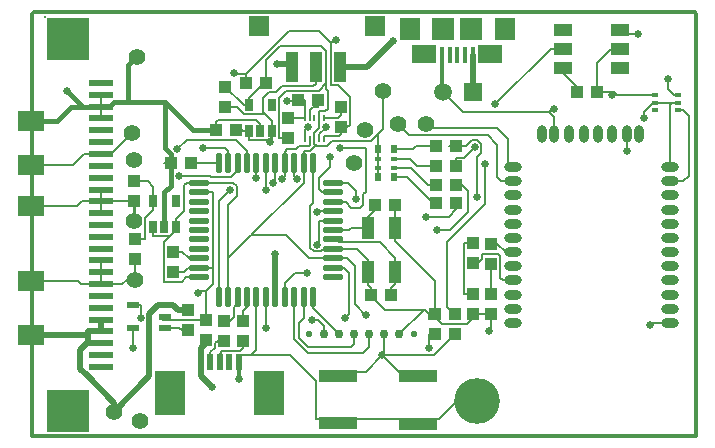
<source format=gtl>
G04 Layer_Physical_Order=1*
G04 Layer_Color=255*
%FSLAX25Y25*%
%MOIN*%
G70*
G01*
G75*
%ADD10R,0.07874X0.02402*%
%ADD11R,0.14173X0.14173*%
%ADD12R,0.03937X0.04331*%
%ADD13C,0.03000*%
%ADD14R,0.02362X0.01654*%
%ADD15R,0.00886X0.02362*%
%ADD16R,0.02559X0.03937*%
%ADD17O,0.03150X0.05906*%
%ADD18O,0.05906X0.03150*%
%ADD19R,0.04331X0.03937*%
%ADD20R,0.05906X0.03937*%
%ADD21R,0.09843X0.14961*%
%ADD22R,0.01969X0.05512*%
%ADD23R,0.12598X0.03937*%
%ADD24R,0.07087X0.07480*%
%ADD25R,0.07480X0.07480*%
%ADD26R,0.08268X0.06299*%
%ADD27R,0.01575X0.05315*%
%ADD28R,0.04134X0.02362*%
%ADD29R,0.03937X0.10039*%
%ADD30R,0.06693X0.06693*%
%ADD31R,0.02362X0.02559*%
%ADD32R,0.02362X0.01772*%
%ADD33R,0.04331X0.07480*%
%ADD34O,0.06890X0.02165*%
%ADD35O,0.02165X0.06890*%
%ADD36C,0.02000*%
%ADD37C,0.01600*%
%ADD38C,0.00800*%
%ADD39C,0.01400*%
%ADD40C,0.01000*%
%ADD41C,0.01300*%
%ADD42C,0.01200*%
%ADD43R,0.00984X0.00787*%
%ADD44R,0.09000X0.07000*%
%ADD45C,0.05512*%
%ADD46R,0.05906X0.05906*%
%ADD47C,0.05906*%
%ADD48C,0.02500*%
%ADD49C,0.02100*%
%ADD50C,0.15201*%
D10*
X128907Y122371D02*
D03*
Y126316D02*
D03*
Y146026D02*
D03*
Y142084D02*
D03*
Y185445D02*
D03*
Y165735D02*
D03*
Y169677D02*
D03*
Y161793D02*
D03*
X128907Y189426D02*
D03*
Y201251D02*
D03*
Y197309D02*
D03*
Y217019D02*
D03*
Y193367D02*
D03*
X128907Y157851D02*
D03*
Y153910D02*
D03*
Y149968D02*
D03*
Y181503D02*
D03*
Y177561D02*
D03*
Y173619D02*
D03*
X128907Y213077D02*
D03*
Y209135D02*
D03*
Y205193D02*
D03*
X128907Y138142D02*
D03*
Y134200D02*
D03*
Y130258D02*
D03*
D11*
X117883Y231596D02*
D03*
Y107777D02*
D03*
D12*
X170500Y215748D02*
D03*
Y209055D02*
D03*
X247000Y139945D02*
D03*
Y133252D02*
D03*
X140500Y164945D02*
D03*
Y158252D02*
D03*
X140000Y177555D02*
D03*
Y184248D02*
D03*
X259000Y163445D02*
D03*
Y156752D02*
D03*
X158000Y134555D02*
D03*
Y141248D02*
D03*
X253000Y157055D02*
D03*
Y163748D02*
D03*
X259000Y140055D02*
D03*
Y146748D02*
D03*
X253000Y140055D02*
D03*
Y146748D02*
D03*
X240500Y139945D02*
D03*
Y133252D02*
D03*
X191500Y198555D02*
D03*
Y205248D02*
D03*
X209000Y208945D02*
D03*
Y202252D02*
D03*
X164000Y131252D02*
D03*
Y137945D02*
D03*
X176500Y137748D02*
D03*
Y131055D02*
D03*
X170000Y137748D02*
D03*
Y131055D02*
D03*
X153000Y160748D02*
D03*
Y154055D02*
D03*
D13*
X208478Y133219D02*
D03*
X203482Y133210D02*
D03*
X213481Y133218D02*
D03*
X223485Y133215D02*
D03*
X218482Y133216D02*
D03*
X228486Y133217D02*
D03*
D14*
X321339Y207941D02*
D03*
Y210500D02*
D03*
Y213059D02*
D03*
X313858Y207941D02*
D03*
Y210500D02*
D03*
Y213059D02*
D03*
D15*
X203350Y198349D02*
D03*
X201780Y198343D02*
D03*
X200206Y198342D02*
D03*
X197060Y198339D02*
D03*
X198634Y198340D02*
D03*
X198632Y205420D02*
D03*
X197058Y205420D02*
D03*
X200205Y205423D02*
D03*
X201779Y205423D02*
D03*
X203349Y205430D02*
D03*
D16*
X185906Y201102D02*
D03*
X182165D02*
D03*
X178425D02*
D03*
X185906Y209567D02*
D03*
X178425D02*
D03*
X146425Y177567D02*
D03*
X153906D02*
D03*
X146425Y169102D02*
D03*
X150165D02*
D03*
X153906D02*
D03*
D17*
X299326Y199994D02*
D03*
X308381D02*
D03*
X289877D02*
D03*
X294602D02*
D03*
X276098D02*
D03*
X285153D02*
D03*
X304444D02*
D03*
X280035D02*
D03*
D18*
X266255Y137002D02*
D03*
Y141726D02*
D03*
Y146450D02*
D03*
Y151175D02*
D03*
Y155899D02*
D03*
Y160624D02*
D03*
Y165348D02*
D03*
Y170072D02*
D03*
Y174797D02*
D03*
Y179521D02*
D03*
Y184246D02*
D03*
Y188970D02*
D03*
X318617D02*
D03*
Y184246D02*
D03*
Y179521D02*
D03*
Y174797D02*
D03*
Y170072D02*
D03*
Y165348D02*
D03*
Y160624D02*
D03*
Y155899D02*
D03*
Y151175D02*
D03*
Y146450D02*
D03*
Y141726D02*
D03*
Y137002D02*
D03*
D19*
X158945Y190500D02*
D03*
X152252D02*
D03*
X294445Y214000D02*
D03*
X287752D02*
D03*
X247445Y189500D02*
D03*
X240752D02*
D03*
X247445Y196000D02*
D03*
X240752D02*
D03*
X201445Y211500D02*
D03*
X194752D02*
D03*
X183945Y217000D02*
D03*
X177252D02*
D03*
X173945Y201500D02*
D03*
X167252D02*
D03*
X225748Y146500D02*
D03*
X219055D02*
D03*
X240752Y177000D02*
D03*
X247445D02*
D03*
X240752Y183000D02*
D03*
X247445D02*
D03*
X220252Y176500D02*
D03*
X226945D02*
D03*
D20*
X302176Y222115D02*
D03*
X302176Y228413D02*
D03*
X302177Y234712D02*
D03*
X282879Y234713D02*
D03*
X282879Y228414D02*
D03*
X282878Y222116D02*
D03*
D21*
X152137Y113790D02*
D03*
X185192Y113778D02*
D03*
D22*
X165537Y123889D02*
D03*
X162387Y123889D02*
D03*
X168687Y123888D02*
D03*
X174986Y123887D02*
D03*
X171836Y123888D02*
D03*
D23*
X234671Y103507D02*
D03*
X234670Y119257D02*
D03*
X207890Y119261D02*
D03*
X207892Y103511D02*
D03*
D24*
X232060Y234873D02*
D03*
X263568Y234879D02*
D03*
D25*
X243086Y234873D02*
D03*
X252536Y234876D02*
D03*
D26*
X236784Y226802D02*
D03*
X258838Y226817D02*
D03*
D27*
X245247Y226314D02*
D03*
X242689Y226311D02*
D03*
X247807Y226316D02*
D03*
X250365Y226319D02*
D03*
X252932Y226323D02*
D03*
D28*
X150478Y135458D02*
D03*
X150471Y139164D02*
D03*
X150462Y142895D02*
D03*
X139840Y142906D02*
D03*
X139857Y135469D02*
D03*
D29*
X208565Y222264D02*
D03*
X200681Y222266D02*
D03*
X192805Y222265D02*
D03*
D30*
X220252Y235963D02*
D03*
X181675Y235936D02*
D03*
D31*
X221444Y185545D02*
D03*
X221443Y194986D02*
D03*
X226569Y194982D02*
D03*
X226569Y185541D02*
D03*
D32*
X221441Y188690D02*
D03*
X221441Y191838D02*
D03*
X226567Y191834D02*
D03*
X226566Y188686D02*
D03*
D33*
X227083Y154059D02*
D03*
Y168724D02*
D03*
X217929D02*
D03*
Y154157D02*
D03*
D34*
X161756Y152252D02*
D03*
Y155402D02*
D03*
Y158551D02*
D03*
Y161701D02*
D03*
Y164850D02*
D03*
Y168000D02*
D03*
Y171150D02*
D03*
Y174299D02*
D03*
Y177449D02*
D03*
Y180598D02*
D03*
Y183748D02*
D03*
X206244D02*
D03*
Y180598D02*
D03*
Y177449D02*
D03*
Y174299D02*
D03*
Y171150D02*
D03*
Y168000D02*
D03*
Y164850D02*
D03*
Y161701D02*
D03*
Y158551D02*
D03*
Y155402D02*
D03*
Y152252D02*
D03*
D35*
X168252Y190244D02*
D03*
X171402D02*
D03*
X174551D02*
D03*
X177701D02*
D03*
X180850D02*
D03*
X184000D02*
D03*
X187150D02*
D03*
X190299D02*
D03*
X193449D02*
D03*
X196598D02*
D03*
X199748D02*
D03*
Y145756D02*
D03*
X196598D02*
D03*
X193449D02*
D03*
X190299D02*
D03*
X187150D02*
D03*
X184000D02*
D03*
X180850D02*
D03*
X177701D02*
D03*
X174551D02*
D03*
X171402D02*
D03*
X168252D02*
D03*
D36*
X122200Y121677D02*
X124307Y119571D01*
X124347D01*
X133500Y110418D01*
Y107500D02*
Y110418D01*
X122200Y121677D02*
Y128000D01*
X124476Y130276D01*
X124800D02*
Y132992D01*
X145200Y119200D02*
Y140000D01*
X148095Y142895D01*
X150462D01*
X128929Y134218D02*
Y138160D01*
X252932Y220168D02*
Y226323D01*
Y220168D02*
X253000Y220100D01*
Y214000D02*
Y220100D01*
X217600Y222200D02*
X226400Y231000D01*
X208565Y222200D02*
Y222264D01*
X192805Y222265D02*
Y223361D01*
X187150Y145756D02*
Y160150D01*
X162387Y119313D02*
X165900Y115800D01*
X162387Y119313D02*
Y123889D01*
X164000Y130313D02*
Y131252D01*
X162387Y128700D02*
X164000Y130313D01*
X162387Y123889D02*
Y128700D01*
X154700Y141248D02*
X158000D01*
X153053Y142895D02*
X154700Y141248D01*
X150462Y142895D02*
X153053D01*
X133500Y107500D02*
X145200Y119200D01*
X124800Y134218D02*
X128929D01*
X105630Y132992D02*
X124800D01*
X124476Y130276D02*
X124800D01*
X128929D01*
X124800Y132992D02*
Y134218D01*
X187861Y223361D02*
X192805D01*
X208565Y222200D02*
X217600D01*
D37*
X138000Y222843D02*
X140945Y225787D01*
X138000Y210800D02*
Y222843D01*
X152250Y190500D02*
Y193402D01*
X150165Y169102D02*
Y180665D01*
X152252Y182752D01*
Y190500D01*
X150476Y195177D02*
X152250Y193402D01*
X150476Y195177D02*
Y210800D01*
X138000D02*
X150476D01*
X133347D02*
X138000D01*
X159776Y201500D02*
X167252D01*
X150476Y210800D02*
X159776Y201500D01*
X123000Y209153D02*
X128900D01*
X119153D02*
X123000D01*
X117653Y214500D02*
X123000Y209153D01*
X131700D02*
X133347Y210800D01*
X105555Y204468D02*
X114468D01*
X119153Y209153D01*
D38*
X161500Y147000D02*
X162300Y147800D01*
X164000D01*
X312502Y137002D02*
X318617D01*
X312000Y136500D02*
X312502Y137002D01*
X240500Y139945D02*
Y150851D01*
X227083Y164268D02*
X240500Y150851D01*
X251202Y136779D02*
X253000Y138578D01*
X258500Y134500D02*
X259000Y135000D01*
Y140055D01*
X310000Y205500D02*
Y207505D01*
X312995Y210500D01*
X313858D01*
X302177Y234712D02*
X303388Y233500D01*
X308000D01*
X304444Y194556D02*
X304500Y194500D01*
X304444Y194556D02*
Y199994D01*
X278400Y207400D02*
X279500Y208500D01*
X280000D01*
X205596Y230400D02*
X206696Y231500D01*
X207500D01*
X174648Y219852D02*
X177252D01*
X183100Y207306D02*
X183807Y206598D01*
X185906Y204500D01*
X176732Y206598D02*
X183807D01*
X174275Y209055D02*
X176732Y206598D01*
X170500Y209055D02*
X174275D01*
X170500Y215748D02*
X176681Y209567D01*
X178425D01*
X170502Y195300D02*
X171402Y194400D01*
X163150Y195300D02*
X170502D01*
X241600Y105007D02*
X247593Y111000D01*
X254500D01*
X244500Y142445D02*
Y164125D01*
Y142445D02*
X247000Y139945D01*
X242665Y136779D02*
X251202D01*
X222800Y126300D02*
X240048D01*
X247000Y133252D01*
X237500Y172500D02*
X245000D01*
X247445Y174945D01*
Y177000D01*
X245500Y168000D02*
X251500Y174000D01*
X241000Y168000D02*
X245500D01*
X211252Y183748D02*
X214000Y181000D01*
Y178500D02*
Y181000D01*
X206244Y183748D02*
X211252D01*
X216500Y180000D02*
X217300Y180800D01*
X216500Y176500D02*
Y180000D01*
X215500Y175500D02*
X216500Y176500D01*
X212500Y175500D02*
X215500D01*
X210551Y177449D02*
X212500Y175500D01*
X206244Y177449D02*
X210551D01*
X217929Y168724D02*
Y172500D01*
X220252Y174823D01*
Y176500D01*
X217300Y180800D02*
Y195200D01*
X251500Y174000D02*
Y181000D01*
X249500Y183000D02*
X251500Y181000D01*
X247445Y183000D02*
X249500D01*
X254500Y179000D02*
Y192300D01*
X255850Y193650D01*
X244500Y164125D02*
X257000Y176625D01*
Y190000D01*
X190299Y150299D02*
X193650Y153650D01*
X197650D01*
X190299Y145756D02*
Y150299D01*
X255850Y193650D02*
Y196532D01*
X254532Y197850D02*
X255850Y196532D01*
X252668Y197850D02*
X254532D01*
X250818Y196000D02*
X252668Y197850D01*
X247445Y196000D02*
X250818D01*
X199500Y138100D02*
X199600Y138000D01*
X201500D01*
X203482Y136018D01*
Y133210D02*
Y136018D01*
X213667Y143333D02*
X217500Y139500D01*
X222800Y126300D02*
X223485Y126985D01*
Y133215D01*
X223714Y141500D02*
X236769D01*
X236945D01*
X228486Y133217D02*
X236769Y141500D01*
X218482Y128982D02*
Y133216D01*
X216500Y127000D02*
X218482Y128982D01*
X198000Y127000D02*
X216500D01*
X193449Y131551D02*
X198000Y127000D01*
X193449Y131551D02*
Y145756D01*
X196598Y138598D02*
Y145756D01*
X195000Y137000D02*
X196598Y138598D01*
X195000Y132000D02*
Y137000D01*
Y132000D02*
X198000Y129000D01*
X212500D01*
X213481Y129981D01*
Y133218D01*
X199748Y141949D02*
Y145756D01*
Y141949D02*
X208478Y133219D01*
X240945Y138500D02*
X242665Y136779D01*
X238500Y138500D02*
Y139945D01*
Y138500D02*
X240945D01*
X236945Y141500D02*
X238500Y139945D01*
X219055Y146158D02*
Y148700D01*
Y146158D02*
X223714Y141500D01*
X221204Y105007D02*
X241600D01*
X319400Y210400D02*
X321339Y210500D01*
X239700Y177000D02*
X240752D01*
X231159Y185541D02*
X239700Y177000D01*
X226569Y185541D02*
X231159D01*
X238100Y183000D02*
X240752D01*
X232414Y188686D02*
X238100Y183000D01*
X226566Y188686D02*
X232414D01*
X234400Y189500D02*
X240752D01*
X232066Y191834D02*
X234400Y189500D01*
X226567Y191834D02*
X232066D01*
X234118Y196000D02*
X240752D01*
X233100Y194982D02*
X234118Y196000D01*
X226569Y194982D02*
X233100D01*
X225748Y145500D02*
Y148600D01*
X227083Y149935D01*
Y154059D01*
X206244Y164850D02*
X207400D01*
X208350Y163900D01*
X221883D01*
X227083Y158700D01*
Y154059D02*
Y158700D01*
X212424Y168724D02*
X217929D01*
X211700Y168000D02*
X212424Y168724D01*
X206244Y168000D02*
X211700D01*
X163656Y190244D02*
X168252D01*
X163400Y190500D02*
X163656Y190244D01*
X158945Y190500D02*
X163400D01*
X177701Y142301D02*
Y145756D01*
X176500Y141100D02*
X177701Y142301D01*
X176500Y137748D02*
Y141100D01*
X174551Y143400D02*
Y145756D01*
X173500Y142349D02*
X174551Y143400D01*
X173500Y139148D02*
Y142349D01*
X172100Y137748D02*
X173500Y139148D01*
X170000Y137748D02*
X172100D01*
X158397Y158551D02*
X161756D01*
X156200Y160748D02*
X158397Y158551D01*
X153000Y160748D02*
X156200D01*
X238500Y128600D02*
Y133252D01*
X184000Y135400D02*
Y145756D01*
X140000Y184248D02*
X144577D01*
X146425Y182400D01*
Y177567D02*
Y182400D01*
Y174725D02*
Y177567D01*
X143800Y172100D02*
X146425Y174725D01*
X143800Y164945D02*
Y172100D01*
X140500Y164945D02*
X143800D01*
X320000Y213059D02*
X321339D01*
X318100Y214959D02*
X320000Y213059D01*
X318100Y214959D02*
Y218300D01*
X186425Y183575D02*
X187150Y184300D01*
Y190244D01*
X176500Y128800D02*
Y131055D01*
X175344Y127644D02*
X176500Y128800D01*
X169531Y127644D02*
X175344D01*
X168687Y126800D02*
X169531Y127644D01*
X168687Y123888D02*
Y126800D01*
X168000Y131055D02*
X170000D01*
X167137Y130192D02*
X168000Y131055D01*
X167137Y128800D02*
Y130192D01*
X165537Y127200D02*
X167137Y128800D01*
X165537Y123889D02*
Y127200D01*
X278900Y228414D02*
X282879D01*
X260486Y210000D02*
X278900Y228414D01*
X171402Y190244D02*
Y194400D01*
X174551Y187900D02*
Y190244D01*
X172351Y185700D02*
X174551Y187900D01*
X165700Y185700D02*
X172351D01*
X165500Y185900D02*
X165700Y185700D01*
X155200Y185900D02*
X165500D01*
X139700Y135469D02*
X139857D01*
X203350Y198349D02*
Y199450D01*
X208450D02*
X209000Y200000D01*
Y202252D01*
X211200D01*
X212000Y203052D01*
Y212200D01*
X208000Y216200D02*
X212000Y212200D01*
X205596Y216200D02*
X208000D01*
X205596D02*
Y230400D01*
X201796Y234200D02*
X205596Y230400D01*
X191600Y234200D02*
X201796D01*
X177252Y219852D02*
X191600Y234200D01*
X177252Y217000D02*
Y219852D01*
X128900Y205211D02*
X128929D01*
X128900Y213095D02*
X128929D01*
X128900Y209153D02*
X131700D01*
X199748Y177130D02*
Y190244D01*
X198699Y176081D02*
X199748Y177130D01*
X198699Y162151D02*
Y176081D01*
Y162151D02*
X200000Y160850D01*
X202348D01*
X203199Y161701D01*
X206244D01*
X167252Y204000D02*
X168052Y204800D01*
X180565D01*
X182165Y203200D01*
Y201102D02*
Y203200D01*
X191500Y205248D02*
X194100D01*
X194272Y205420D01*
X197058D01*
X194752Y211500D02*
X197058D01*
X206244Y161701D02*
X214400D01*
X217929Y158172D01*
Y154157D02*
Y158172D01*
X194752Y211000D02*
Y211500D01*
X225445Y177500D02*
X227083D01*
X217929Y149826D02*
Y154157D01*
Y149826D02*
X219055Y148700D01*
X227083Y164268D02*
Y168724D01*
X242689Y214000D02*
X243000D01*
X249600Y207400D01*
X278400D01*
X280035Y205765D01*
Y199994D02*
Y205765D01*
X253000Y140055D02*
X259000D01*
X174986Y123887D02*
Y126200D01*
X179200D02*
X180850Y127850D01*
Y145756D01*
X221200Y105011D02*
X221204Y105007D01*
X153000Y154055D02*
X156700D01*
X158046Y155402D01*
X161756D01*
Y180598D02*
X166200D01*
X166300Y180498D01*
Y155402D02*
Y180498D01*
X161756Y155402D02*
X166300D01*
X164000Y147800D02*
X166300Y150100D01*
X164000Y137945D02*
Y147800D01*
X149600Y139164D02*
X150471D01*
X201780Y198343D02*
Y199911D01*
X204000Y202130D01*
Y202400D01*
X168252Y177752D02*
X171900Y181400D01*
X168252Y145756D02*
Y177752D01*
X245000Y196000D02*
X247445D01*
X184000Y181200D02*
Y190244D01*
X247445Y189500D02*
Y192000D01*
X250000D01*
X253600Y195600D01*
X180850Y185200D02*
Y190244D01*
X200681Y216800D02*
Y222266D01*
X199750Y215869D02*
X200681Y216800D01*
X189219Y215869D02*
X199750D01*
X187350Y214000D02*
X189219Y215869D01*
X185000Y214000D02*
X187350D01*
X183100Y212100D02*
X185000Y214000D01*
X183100Y207306D02*
Y212100D01*
X185906Y201102D02*
Y204500D01*
X185306Y197500D02*
X185906Y198100D01*
X139840Y142906D02*
X142300D01*
X176298Y201102D02*
X178425D01*
X175900Y201500D02*
X176298Y201102D01*
X173945Y201500D02*
X175900D01*
X155977Y134555D02*
X158000D01*
X155074Y135458D02*
X155977Y134555D01*
X150478Y135458D02*
X155074D01*
X209000Y206400D02*
Y208945D01*
X208100Y205500D02*
X209000Y206400D01*
X203349Y205430D02*
Y205500D01*
X201445Y209011D02*
Y211500D01*
X199643Y209011D02*
X201445D01*
X198632Y208000D02*
X199643Y209011D01*
X198632Y205420D02*
Y208000D01*
X250000Y163748D02*
X253000D01*
X250000Y146748D02*
Y163748D01*
Y146748D02*
X253000D01*
X259000D02*
Y156752D01*
X287752Y214000D02*
Y215600D01*
X282878Y220474D02*
X287752Y215600D01*
X282878Y220474D02*
Y222116D01*
X262925Y151175D02*
X266255D01*
X262100Y152000D02*
X262925Y151175D01*
X262100Y152000D02*
Y159200D01*
X261300Y160000D02*
X262100Y159200D01*
X256000Y160000D02*
X261300D01*
X256000Y158255D02*
Y160000D01*
X254800Y157055D02*
X256000Y158255D01*
X253000Y157055D02*
X254800D01*
X264021Y160624D02*
X266255D01*
X261200Y163445D02*
X264021Y160624D01*
X259000Y163445D02*
X261200D01*
X321339Y207941D02*
X323200D01*
X325000Y206141D01*
Y186046D02*
Y206141D01*
X323200Y184246D02*
X325000Y186046D01*
X318617Y184246D02*
X323200D01*
X177701Y190244D02*
Y194499D01*
X174200Y198000D02*
X177701Y194499D01*
X157600Y198000D02*
X174200D01*
X154500Y194900D02*
X157600Y198000D01*
X132385Y193385D02*
X139500Y200500D01*
X128929Y193385D02*
X132385D01*
X209998Y155402D02*
X211800Y153600D01*
X210500Y138600D02*
X211800Y139900D01*
X217261Y120761D02*
X222800Y126300D01*
X207890Y120761D02*
X217261D01*
X206244Y155402D02*
X209998D01*
X211800Y139900D02*
Y153600D01*
X222800Y126300D02*
X228343Y120757D01*
X234670D01*
X262400Y184246D02*
X266255D01*
X261054Y185591D02*
X262400Y184246D01*
X261054Y185591D02*
Y196496D01*
X257877Y199673D02*
X261054Y196496D01*
X231827Y199673D02*
X257877D01*
X228000Y203500D02*
X231827Y199673D01*
X198634Y196407D02*
Y198340D01*
X198226Y196000D02*
X198634Y196407D01*
X195100Y196000D02*
X198226D01*
X194000Y194900D02*
X195100Y196000D01*
X191200Y194900D02*
X194000D01*
X190299Y193999D02*
X191200Y194900D01*
X190299Y190244D02*
Y193999D01*
X189400Y185000D02*
X190299Y185899D01*
Y190244D01*
X201700Y163800D02*
Y171150D01*
X140500Y151500D02*
Y158252D01*
X137615Y151500D02*
X140500D01*
X136100Y149985D02*
X137615Y151500D01*
X128929Y149985D02*
X136100D01*
X128900Y157869D02*
X128929D01*
X128900Y153927D02*
X128929D01*
X128900Y149985D02*
X128929D01*
X197060Y198339D02*
Y201260D01*
X198000Y202200D01*
X193449Y185851D02*
X194300Y185000D01*
X193449Y185851D02*
Y190244D01*
X201399Y174299D02*
X206244D01*
X201200Y174100D02*
X201399Y174299D01*
X140000Y177555D02*
Y177579D01*
X128900Y181521D02*
X128929D01*
X128900Y173637D02*
X128929D01*
X128900Y177579D02*
X128929D01*
X264700Y188970D02*
X266255D01*
X261200Y201900D02*
X264700Y198400D01*
X237500Y201900D02*
Y203500D01*
X299200Y228413D02*
X302176D01*
X294445Y223657D02*
X299200Y228413D01*
X294445Y214000D02*
Y223657D01*
X178425Y209567D02*
Y212055D01*
X183370Y217000D01*
X183945D01*
Y224545D01*
X188800Y229400D01*
X201600Y214469D02*
X204196Y217065D01*
X190869Y214469D02*
X201600D01*
X188500Y212100D02*
X190869Y214469D01*
X188500Y198555D02*
Y212100D01*
Y198555D02*
X191500D01*
X188800Y229400D02*
X202500D01*
X204196Y227704D01*
Y214845D02*
X204700Y214341D01*
Y208500D02*
Y214341D01*
X203811Y207611D02*
X204700Y208500D01*
X201779Y207611D02*
X203811D01*
X201779Y205423D02*
Y207611D01*
X221444Y185545D02*
Y187100D01*
X221441Y187103D02*
X221444Y187100D01*
X221441Y187103D02*
Y188690D01*
Y190200D01*
X221441Y191838D01*
Y193400D01*
X221443Y193402D01*
Y194986D01*
Y200043D01*
X223000Y201600D02*
Y214500D01*
X204439Y196089D02*
X206006Y197656D01*
X200917Y196089D02*
X204439D01*
X200206Y196800D02*
Y198342D01*
X201779Y204650D02*
Y205423D01*
X201750Y204621D02*
X201779Y204650D01*
X201750Y201871D02*
Y204621D01*
X200206Y200328D02*
X201750Y201871D01*
X200206Y198342D02*
Y200328D01*
X213667Y143333D02*
Y155884D01*
X211000Y158551D02*
X213667Y155884D01*
X206244Y158551D02*
X211000D01*
X179198Y166400D02*
X190551D01*
X198400Y158551D01*
X206244D01*
X157600Y183748D02*
X161756D01*
X156800Y182948D02*
X157600Y183748D01*
X156800Y174494D02*
Y182948D01*
X153906Y171600D02*
X156800Y174494D01*
X153906Y169102D02*
Y171600D01*
Y167906D02*
Y169102D01*
X146425Y166100D02*
X152100D01*
X146425D02*
Y169102D01*
X150000Y150800D02*
Y164000D01*
Y150800D02*
X156000D01*
X157452Y152252D01*
X161756D01*
X178425Y198000D02*
X184800D01*
X178425D02*
Y201102D01*
X171402Y145756D02*
Y158603D01*
X196598Y183800D02*
Y190244D01*
X301141Y213059D02*
X313858D01*
X201700Y171150D02*
X206244D01*
X201000Y163100D02*
X201700Y163800D01*
X192200Y126200D02*
X200589Y117811D01*
Y105011D02*
Y117811D01*
Y105011D02*
X221200D01*
X176352Y217000D02*
X177252D01*
X120992Y175992D02*
X122579Y177579D01*
X105630Y175992D02*
X120992D01*
X105585Y150932D02*
X121539D01*
X122485Y149985D01*
X128814Y193500D02*
X128929Y193385D01*
X123500Y193500D02*
X128814D01*
X119803Y189803D02*
X123500Y193500D01*
X105577Y189803D02*
X119803D01*
X319300Y210500D02*
X319400Y210400D01*
X313858Y210500D02*
X319300D01*
X164000Y137000D02*
Y137945D01*
X202702Y180598D02*
X206244D01*
X201700Y181600D02*
X202702Y180598D01*
X201700Y181600D02*
Y185400D01*
X205400Y189100D01*
Y192300D01*
X299259Y213059D02*
X300200Y214000D01*
X206006Y197656D02*
X219056D01*
X200606Y196400D02*
X200917Y196089D01*
X198706Y194500D02*
X200606Y196400D01*
X196598Y194500D02*
X198706D01*
X196598Y190244D02*
Y194500D01*
X171402Y176353D02*
X174400Y179351D01*
Y182551D01*
X173203Y183748D02*
X174400Y182551D01*
X161756Y183748D02*
X173203D01*
X150165Y190500D02*
X152250D01*
X166300Y150100D02*
Y155402D01*
X179200Y126200D02*
X192200D01*
X167252Y201500D02*
Y204000D01*
X318600Y188970D02*
X318617D01*
X318600Y209600D02*
X319400Y210400D01*
X185906Y198100D02*
Y199106D01*
Y201102D01*
X122485Y149985D02*
X128900D01*
X122579Y177579D02*
X128900D01*
X150000Y164000D02*
X152100Y166100D01*
X153906Y167906D01*
X171402Y158603D02*
Y176353D01*
Y158603D02*
X179198Y166400D01*
X196598Y183800D01*
X200206Y196800D02*
X200606Y196400D01*
X219056Y197656D02*
X221443Y200043D01*
X223000Y201600D01*
X204196Y214845D02*
Y217065D01*
Y227704D01*
X208800Y195200D02*
X217300D01*
X300200Y214000D02*
X301141Y213059D01*
X294445Y214000D02*
X300200D01*
X237500Y201900D02*
X261200D01*
X264700Y188970D02*
Y198400D01*
X128929Y177579D02*
X140000D01*
X128900D02*
Y181521D01*
Y173637D02*
Y177579D01*
Y153927D02*
Y157869D01*
Y149985D02*
Y153927D01*
X203349Y205500D02*
X208100D01*
X184800Y198000D02*
X185906Y199106D01*
X142300Y138600D02*
Y142906D01*
X318600Y188970D02*
Y209600D01*
X227083Y168724D02*
Y177500D01*
X203350Y199450D02*
X208450D01*
X197058Y205420D02*
Y211500D01*
X191000Y211000D02*
X194752D01*
X128900Y209153D02*
Y213095D01*
Y205211D02*
Y209153D01*
X174986Y126200D02*
X179200D01*
X149600Y137945D02*
X164000D01*
X149600D02*
Y139164D01*
X139700Y128800D02*
Y135469D01*
D39*
X174986Y123887D02*
X175000Y123873D01*
Y118500D02*
Y123873D01*
D40*
X140000Y171000D02*
Y177555D01*
D41*
X242689Y214000D02*
Y226311D01*
D42*
X106570Y240570D02*
X326930D01*
X106000Y240000D02*
X106570Y240570D01*
X106000Y99500D02*
Y240000D01*
X327500Y99500D02*
Y240000D01*
X106000Y99500D02*
X327500D01*
D43*
X110335Y239075D02*
D03*
D44*
X105577Y189803D02*
D03*
X105585Y150932D02*
D03*
X105630Y175992D02*
D03*
X105555Y204468D02*
D03*
X105630Y132992D02*
D03*
D45*
X223000Y214500D02*
D03*
X140945Y225787D02*
D03*
X133500Y107500D02*
D03*
X213500Y190500D02*
D03*
X217000Y201500D02*
D03*
X139500Y200500D02*
D03*
X237500Y203500D02*
D03*
X228000D02*
D03*
X140500Y151500D02*
D03*
X140000Y171000D02*
D03*
Y191500D02*
D03*
X142000Y104500D02*
D03*
D46*
X253000Y214000D02*
D03*
D47*
X243000D02*
D03*
D48*
X161500Y147000D02*
D03*
X175000Y118500D02*
D03*
X312000Y136500D02*
D03*
X258500Y134500D02*
D03*
X310000Y205500D02*
D03*
X308000Y233500D02*
D03*
X304500Y194500D02*
D03*
X280000Y208500D02*
D03*
X207500Y231500D02*
D03*
X173500Y220500D02*
D03*
X237500Y172500D02*
D03*
X241000Y168000D02*
D03*
X214000Y178500D02*
D03*
X254500Y179000D02*
D03*
X257000Y190000D02*
D03*
X197650Y153650D02*
D03*
X199500Y138100D02*
D03*
X217500Y139600D02*
D03*
X184000Y135400D02*
D03*
X117653Y214500D02*
D03*
X238500Y128600D02*
D03*
X318100Y218300D02*
D03*
X186425Y183575D02*
D03*
X260486Y210000D02*
D03*
X163150Y195300D02*
D03*
X155200Y185900D02*
D03*
X139700Y128800D02*
D03*
X191000Y211000D02*
D03*
X204000Y202400D02*
D03*
X171900Y181400D02*
D03*
X184000Y181200D02*
D03*
X253600Y195600D02*
D03*
X180850Y185200D02*
D03*
X185306Y197500D02*
D03*
X142300Y138600D02*
D03*
X154500Y194900D02*
D03*
X210500Y138600D02*
D03*
X222800Y126300D02*
D03*
X189400Y185000D02*
D03*
X198000Y202200D02*
D03*
X194300Y185000D02*
D03*
X201200Y174100D02*
D03*
X226400Y231000D02*
D03*
X187150Y160150D02*
D03*
X187861Y223361D02*
D03*
X165900Y115800D02*
D03*
X201000Y163100D02*
D03*
X205400Y192300D02*
D03*
X299259Y213059D02*
D03*
X208800Y195200D02*
D03*
D49*
X198492Y133221D02*
D03*
X233488Y133212D02*
D03*
D50*
X254500Y111000D02*
D03*
M02*

</source>
